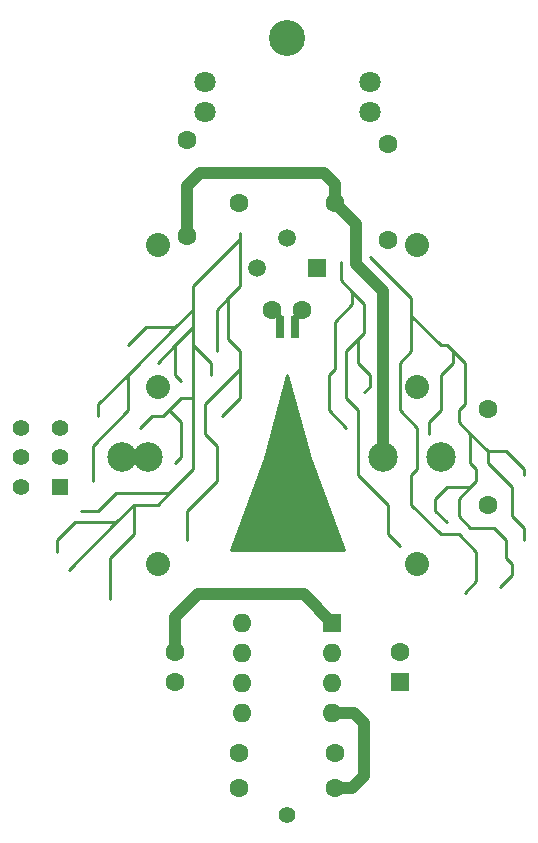
<source format=gbr>
%TF.GenerationSoftware,KiCad,Pcbnew,5.1.9-73d0e3b20d~88~ubuntu20.04.1*%
%TF.CreationDate,2021-08-18T17:43:57+05:30*%
%TF.ProjectId,MAP6,4d415036-2e6b-4696-9361-645f70636258,1*%
%TF.SameCoordinates,Original*%
%TF.FileFunction,Copper,L1,Top*%
%TF.FilePolarity,Positive*%
%FSLAX46Y46*%
G04 Gerber Fmt 4.6, Leading zero omitted, Abs format (unit mm)*
G04 Created by KiCad (PCBNEW 5.1.9-73d0e3b20d~88~ubuntu20.04.1) date 2021-08-18 17:43:57*
%MOMM*%
%LPD*%
G01*
G04 APERTURE LIST*
%TA.AperFunction,ComponentPad*%
%ADD10C,1.400000*%
%TD*%
%TA.AperFunction,ComponentPad*%
%ADD11R,1.400000X1.400000*%
%TD*%
%TA.AperFunction,ComponentPad*%
%ADD12C,1.600000*%
%TD*%
%TA.AperFunction,ComponentPad*%
%ADD13R,1.500000X1.500000*%
%TD*%
%TA.AperFunction,ComponentPad*%
%ADD14C,1.500000*%
%TD*%
%TA.AperFunction,ComponentPad*%
%ADD15C,1.800000*%
%TD*%
%TA.AperFunction,ComponentPad*%
%ADD16C,2.500000*%
%TD*%
%TA.AperFunction,ComponentPad*%
%ADD17R,1.600000X1.600000*%
%TD*%
%TA.AperFunction,ComponentPad*%
%ADD18O,1.600000X1.600000*%
%TD*%
%TA.AperFunction,ComponentPad*%
%ADD19C,3.048000*%
%TD*%
%TA.AperFunction,ComponentPad*%
%ADD20C,2.036000*%
%TD*%
%TA.AperFunction,SMDPad,CuDef*%
%ADD21R,0.760000X1.940000*%
%TD*%
%TA.AperFunction,Conductor*%
%ADD22C,0.250000*%
%TD*%
%TA.AperFunction,Conductor*%
%ADD23C,1.000000*%
%TD*%
%TA.AperFunction,Conductor*%
%ADD24C,0.500000*%
%TD*%
%TA.AperFunction,NonConductor*%
%ADD25C,0.254000*%
%TD*%
%TA.AperFunction,NonConductor*%
%ADD26C,0.050800*%
%TD*%
G04 APERTURE END LIST*
D10*
%TO.P,SW1,6*%
%TO.N,N/C*%
X125950000Y-108500000D03*
%TO.P,SW1,5*%
X125950000Y-111000000D03*
%TO.P,SW1,4*%
X125950000Y-113500000D03*
%TO.P,SW1,3*%
X129250000Y-108500000D03*
%TO.P,SW1,2*%
%TO.N,Net-(BT1-Pad1)*%
X129250000Y-111000000D03*
D11*
%TO.P,SW1,1*%
%TO.N,/6V*%
X129250000Y-113500000D03*
%TD*%
D12*
%TO.P,R1,2*%
%TO.N,/left_eye*%
X140000000Y-84136000D03*
%TO.P,R1,1*%
%TO.N,/GND*%
X140000000Y-92264000D03*
%TD*%
%TO.P,R2,2*%
%TO.N,/right_eye*%
X157000000Y-84436000D03*
%TO.P,R2,1*%
%TO.N,/GND*%
X157000000Y-92564000D03*
%TD*%
%TO.P,R3,2*%
%TO.N,/motor*%
X144436000Y-89500000D03*
%TO.P,R3,1*%
%TO.N,/GND*%
X152564000Y-89500000D03*
%TD*%
%TO.P,R4,2*%
%TO.N,/6V*%
X152564000Y-139000000D03*
%TO.P,R4,1*%
%TO.N,Net-(R4-Pad1)*%
X144436000Y-139000000D03*
%TD*%
%TO.P,R5,2*%
%TO.N,Net-(R5-Pad2)*%
X165500000Y-106936000D03*
%TO.P,R5,1*%
%TO.N,Net-(JP1-Pad2)*%
X165500000Y-115064000D03*
%TD*%
%TO.P,R6,2*%
%TO.N,Net-(R4-Pad1)*%
X144436000Y-136000000D03*
%TO.P,R6,1*%
%TO.N,Net-(C1-Pad1)*%
X152564000Y-136000000D03*
%TD*%
D13*
%TO.P,Q1,1*%
%TO.N,/6V*%
X151040000Y-95000000D03*
D14*
%TO.P,Q1,3*%
%TO.N,Net-(D1-Pad1)*%
X145960000Y-95000000D03*
%TO.P,Q1,2*%
%TO.N,Net-(JP1-Pad2)*%
X148500000Y-92460000D03*
%TD*%
D15*
%TO.P,D2,1*%
%TO.N,Net-(D1-Pad1)*%
X155500000Y-81770000D03*
%TO.P,D2,2*%
%TO.N,/right_eye*%
X155500000Y-79230000D03*
%TD*%
%TO.P,D1,1*%
%TO.N,Net-(D1-Pad1)*%
X141500000Y-81770000D03*
%TO.P,D1,2*%
%TO.N,/left_eye*%
X141500000Y-79230000D03*
%TD*%
D16*
%TO.P,BT1,2*%
%TO.N,/GND*%
X161500000Y-111000000D03*
%TO.P,BT1,1*%
%TO.N,Net-(BT1-Pad1)*%
X134500000Y-111000000D03*
X136700000Y-111000000D03*
%TO.P,BT1,2*%
%TO.N,/GND*%
X156600000Y-111000000D03*
%TD*%
D12*
%TO.P,C1,2*%
%TO.N,/GND*%
X158000000Y-127500000D03*
D17*
%TO.P,C1,1*%
%TO.N,Net-(C1-Pad1)*%
X158000000Y-130000000D03*
%TD*%
D12*
%TO.P,C2,2*%
%TO.N,/GND*%
X139000000Y-127500000D03*
%TO.P,C2,1*%
%TO.N,Net-(C2-Pad1)*%
X139000000Y-130000000D03*
%TD*%
D18*
%TO.P,U1,8*%
%TO.N,/6V*%
X144690000Y-125000000D03*
%TO.P,U1,4*%
X152310000Y-132620000D03*
%TO.P,U1,7*%
%TO.N,Net-(R4-Pad1)*%
X144690000Y-127540000D03*
%TO.P,U1,3*%
%TO.N,Net-(R5-Pad2)*%
X152310000Y-130080000D03*
%TO.P,U1,6*%
%TO.N,Net-(C1-Pad1)*%
X144690000Y-130080000D03*
%TO.P,U1,2*%
X152310000Y-127540000D03*
%TO.P,U1,5*%
%TO.N,Net-(C2-Pad1)*%
X144690000Y-132620000D03*
D17*
%TO.P,U1,1*%
%TO.N,/GND*%
X152310000Y-125000000D03*
%TD*%
D19*
%TO.P,P2,1*%
%TO.N,N/C*%
X148500000Y-75500000D03*
%TD*%
D20*
%TO.P,P3,1*%
%TO.N,N/C*%
X137500000Y-120000000D03*
%TD*%
%TO.P,P4,1*%
%TO.N,N/C*%
X137500000Y-93000000D03*
%TD*%
%TO.P,P5,1*%
%TO.N,N/C*%
X159500000Y-120000000D03*
%TD*%
%TO.P,P6,1*%
%TO.N,N/C*%
X159500000Y-93000000D03*
%TD*%
%TO.P,P7,1*%
%TO.N,N/C*%
X137500000Y-105000000D03*
%TD*%
%TO.P,P8,1*%
%TO.N,N/C*%
X159500000Y-105000000D03*
%TD*%
D12*
%TO.P,M1,1*%
%TO.N,Net-(D1-Pad1)*%
X149770000Y-98500000D03*
%TO.P,M1,2*%
%TO.N,/motor*%
X147230000Y-98500000D03*
D21*
%TO.P,M1,1*%
%TO.N,Net-(D1-Pad1)*%
X149100000Y-99980000D03*
%TO.P,M1,2*%
%TO.N,/motor*%
X147900000Y-99980000D03*
%TD*%
D10*
%TO.P,P9,1*%
%TO.N,N/C*%
X148500000Y-141250000D03*
%TD*%
D22*
%TO.N,/GND*%
X144500000Y-92000000D02*
X144500000Y-92500000D01*
X144500000Y-92500000D02*
X140500000Y-96500000D01*
X144500000Y-92500000D02*
X144500000Y-96500000D01*
X142500000Y-98500000D02*
X142500000Y-102000000D01*
X144500000Y-96500000D02*
X143500000Y-97500000D01*
X143500000Y-97500000D02*
X143500000Y-101000000D01*
X143500000Y-97500000D02*
X142500000Y-98500000D01*
X143500000Y-101000000D02*
X144500000Y-102000000D01*
X144500000Y-106000000D02*
X143000000Y-107500000D01*
X144500000Y-103500000D02*
X141500000Y-106500000D01*
X144500000Y-102000000D02*
X144500000Y-103500000D01*
X144500000Y-103500000D02*
X144500000Y-106000000D01*
X141500000Y-106500000D02*
X141500000Y-109000000D01*
X141500000Y-109000000D02*
X142500000Y-110000000D01*
X142500000Y-110000000D02*
X142500000Y-111500000D01*
X142500000Y-111500000D02*
X142500000Y-113000000D01*
X142500000Y-113000000D02*
X140000000Y-115500000D01*
X140000000Y-115500000D02*
X140000000Y-118000000D01*
X140500000Y-111000000D02*
X140500000Y-112000000D01*
X137500000Y-115000000D02*
X135500000Y-115000000D01*
X135500000Y-115000000D02*
X135500000Y-117500000D01*
X135500000Y-117500000D02*
X133500000Y-119500000D01*
X133500000Y-119500000D02*
X133500000Y-123000000D01*
X134000000Y-116500000D02*
X130500000Y-116500000D01*
X135500000Y-115000000D02*
X134000000Y-116500000D01*
X134000000Y-116500000D02*
X130000000Y-120500000D01*
X130500000Y-116500000D02*
X129000000Y-118000000D01*
X129000000Y-118000000D02*
X129000000Y-119000000D01*
X140500000Y-96500000D02*
X140500000Y-98500000D01*
X135500000Y-103500000D02*
X135000000Y-104000000D01*
X135000000Y-104000000D02*
X135000000Y-107000000D01*
X135000000Y-107000000D02*
X132000000Y-110000000D01*
X132000000Y-110000000D02*
X132000000Y-113000000D01*
X135000000Y-104000000D02*
X132500000Y-106500000D01*
X132500000Y-106500000D02*
X132500000Y-107500000D01*
X153000000Y-94500000D02*
X153000000Y-96000000D01*
X155000000Y-98000000D02*
X155000000Y-100500000D01*
X153500000Y-102000000D02*
X153500000Y-106000000D01*
X153500000Y-106000000D02*
X154500000Y-107000000D01*
X154500000Y-107000000D02*
X154500000Y-110000000D01*
X154500000Y-110000000D02*
X154500000Y-112500000D01*
X154500000Y-112500000D02*
X156500000Y-114500000D01*
X156500000Y-114500000D02*
X157000000Y-115000000D01*
X157000000Y-115000000D02*
X157000000Y-117500000D01*
X157000000Y-117500000D02*
X158000000Y-118500000D01*
X154000000Y-97000000D02*
X154000000Y-98000000D01*
X153000000Y-96000000D02*
X154000000Y-97000000D01*
X154000000Y-97000000D02*
X155000000Y-98000000D01*
X154000000Y-98000000D02*
X152500000Y-99500000D01*
X152500000Y-99500000D02*
X152500000Y-103500000D01*
X152500000Y-103500000D02*
X152000000Y-104000000D01*
X152000000Y-104000000D02*
X152000000Y-107000000D01*
X152000000Y-107000000D02*
X153500000Y-108500000D01*
X154500000Y-101000000D02*
X154500000Y-103000000D01*
X155000000Y-100500000D02*
X154500000Y-101000000D01*
X154500000Y-101000000D02*
X153500000Y-102000000D01*
X154500000Y-103000000D02*
X155500000Y-104000000D01*
X155500000Y-104000000D02*
X155500000Y-105000000D01*
X155500000Y-105000000D02*
X155000000Y-105500000D01*
X155500000Y-94000000D02*
X159000000Y-97500000D01*
X159000000Y-101500000D02*
X159000000Y-102000000D01*
X159000000Y-102000000D02*
X158000000Y-103000000D01*
X158000000Y-103000000D02*
X158000000Y-107000000D01*
X158000000Y-107000000D02*
X159500000Y-108500000D01*
X159500000Y-108500000D02*
X159500000Y-112000000D01*
X159500000Y-112000000D02*
X159000000Y-112500000D01*
X159000000Y-112500000D02*
X159000000Y-115000000D01*
X159000000Y-115000000D02*
X161500000Y-117500000D01*
X161500000Y-117500000D02*
X163000000Y-117500000D01*
X163000000Y-117500000D02*
X164500000Y-119000000D01*
X164500000Y-119000000D02*
X164500000Y-121500000D01*
X164500000Y-121500000D02*
X163500000Y-122500000D01*
X159000000Y-98500000D02*
X159000000Y-99000000D01*
X159000000Y-97500000D02*
X159000000Y-98500000D01*
X159000000Y-98500000D02*
X159000000Y-101500000D01*
X159000000Y-99000000D02*
X161500000Y-101500000D01*
X161500000Y-101500000D02*
X162000000Y-101500000D01*
X163500000Y-103000000D02*
X163500000Y-106500000D01*
X163500000Y-106500000D02*
X163000000Y-107000000D01*
X163000000Y-107000000D02*
X163000000Y-108000000D01*
X165500000Y-110500000D02*
X165500000Y-111500000D01*
X165500000Y-111500000D02*
X167500000Y-113500000D01*
X162500000Y-102000000D02*
X162500000Y-103000000D01*
X162000000Y-101500000D02*
X162500000Y-102000000D01*
X162500000Y-102000000D02*
X163500000Y-103000000D01*
X162500000Y-103000000D02*
X161500000Y-104000000D01*
X161500000Y-104000000D02*
X161500000Y-107000000D01*
X161500000Y-107000000D02*
X160500000Y-108000000D01*
X160500000Y-108000000D02*
X160500000Y-109000000D01*
X165500000Y-110500000D02*
X167000000Y-110500000D01*
X167000000Y-110500000D02*
X168000000Y-111500000D01*
X168000000Y-111500000D02*
X168500000Y-112000000D01*
X168500000Y-112000000D02*
X168500000Y-112500000D01*
X164000000Y-109000000D02*
X164000000Y-111500000D01*
X163000000Y-108000000D02*
X164000000Y-109000000D01*
X164000000Y-109000000D02*
X165500000Y-110500000D01*
X164000000Y-111500000D02*
X164500000Y-112000000D01*
X164500000Y-112000000D02*
X164500000Y-113000000D01*
X163000000Y-114500000D02*
X163000000Y-116000000D01*
X163000000Y-116000000D02*
X164000000Y-117000000D01*
X164000000Y-117000000D02*
X166000000Y-117000000D01*
X166000000Y-117000000D02*
X167000000Y-118000000D01*
X167000000Y-118000000D02*
X167000000Y-119500000D01*
X167000000Y-119500000D02*
X167500000Y-120000000D01*
X167500000Y-120000000D02*
X167500000Y-121000000D01*
X167500000Y-121000000D02*
X166500000Y-122000000D01*
X164000000Y-113500000D02*
X162000000Y-113500000D01*
X164500000Y-113000000D02*
X164000000Y-113500000D01*
X164000000Y-113500000D02*
X163000000Y-114500000D01*
X162000000Y-113500000D02*
X161000000Y-114500000D01*
X161000000Y-114500000D02*
X161000000Y-115500000D01*
X161000000Y-115500000D02*
X162000000Y-116500000D01*
X167500000Y-113500000D02*
X167500000Y-115000000D01*
X167500000Y-115000000D02*
X167500000Y-116000000D01*
X167500000Y-116000000D02*
X168500000Y-117000000D01*
X168500000Y-117000000D02*
X168500000Y-118000000D01*
X140500000Y-106000000D02*
X139500000Y-106000000D01*
X140500000Y-106000000D02*
X140500000Y-111000000D01*
X139500000Y-106000000D02*
X138500000Y-107000000D01*
X138500000Y-107000000D02*
X138000000Y-107500000D01*
X138000000Y-107500000D02*
X137000000Y-107500000D01*
X137000000Y-107500000D02*
X136000000Y-108500000D01*
X138500000Y-107000000D02*
X139500000Y-108000000D01*
X139500000Y-108000000D02*
X139500000Y-110000000D01*
X139500000Y-110000000D02*
X139500000Y-111000000D01*
X139500000Y-111000000D02*
X139000000Y-111500000D01*
X140500000Y-101000000D02*
X140500000Y-101500000D01*
X140500000Y-101000000D02*
X140500000Y-106000000D01*
X140500000Y-101500000D02*
X142000000Y-103000000D01*
X142000000Y-103000000D02*
X142000000Y-104000000D01*
X140500000Y-100000000D02*
X139000000Y-101500000D01*
X140500000Y-98500000D02*
X140500000Y-100000000D01*
X140500000Y-100000000D02*
X140500000Y-101000000D01*
X139000000Y-101500000D02*
X139000000Y-103500000D01*
X139000000Y-103500000D02*
X139000000Y-104000000D01*
X139000000Y-104000000D02*
X139500000Y-104500000D01*
X139000000Y-101500000D02*
X137500000Y-103000000D01*
X138500000Y-114000000D02*
X134000000Y-114000000D01*
X140500000Y-112000000D02*
X138500000Y-114000000D01*
X138500000Y-114000000D02*
X137500000Y-115000000D01*
X134000000Y-114000000D02*
X133000000Y-115000000D01*
X133000000Y-115000000D02*
X132500000Y-115500000D01*
X132500000Y-115500000D02*
X131000000Y-115500000D01*
X139000000Y-100000000D02*
X136500000Y-100000000D01*
X140500000Y-98500000D02*
X139000000Y-100000000D01*
X139000000Y-100000000D02*
X135500000Y-103500000D01*
X136500000Y-100000000D02*
X135000000Y-101500000D01*
D23*
X154300000Y-91236000D02*
X152564000Y-89500000D01*
X156600000Y-96933260D02*
X154300000Y-94633260D01*
X154300000Y-94633260D02*
X154300000Y-91236000D01*
X156600000Y-111000000D02*
X156600000Y-96933260D01*
X139000000Y-127500000D02*
X139000000Y-124500000D01*
X139000000Y-124500000D02*
X140900000Y-122600000D01*
X149910000Y-122600000D02*
X152310000Y-125000000D01*
X140900000Y-122600000D02*
X149910000Y-122600000D01*
X152564000Y-89500000D02*
X152564000Y-87864000D01*
X152564000Y-87864000D02*
X151600000Y-86900000D01*
X151600000Y-86900000D02*
X141100000Y-86900000D01*
X140000000Y-88000000D02*
X140000000Y-92264000D01*
X141100000Y-86900000D02*
X140000000Y-88000000D01*
D24*
%TO.N,/motor*%
X147900000Y-99170000D02*
X147230000Y-98500000D01*
X147900000Y-99980000D02*
X147900000Y-99170000D01*
%TO.N,Net-(D1-Pad1)*%
X149100000Y-99170000D02*
X149770000Y-98500000D01*
X149100000Y-99980000D02*
X149100000Y-99170000D01*
D23*
%TO.N,/6V*%
X152310000Y-132620000D02*
X154120000Y-132620000D01*
X154120000Y-132620000D02*
X155000000Y-133500000D01*
X155000000Y-133500000D02*
X155000000Y-138000000D01*
X154000000Y-139000000D02*
X152564000Y-139000000D01*
X155000000Y-138000000D02*
X154000000Y-139000000D01*
%TD*%
D25*
X150377288Y-111032723D02*
X150381086Y-111044593D01*
X153316739Y-118873000D01*
X143683261Y-118873000D01*
X146618914Y-111044593D01*
X146622712Y-111032723D01*
X148500000Y-103992893D01*
X150377288Y-111032723D01*
%TA.AperFunction,NonConductor*%
D26*
G36*
X150377288Y-111032723D02*
G01*
X150381086Y-111044593D01*
X153316739Y-118873000D01*
X143683261Y-118873000D01*
X146618914Y-111044593D01*
X146622712Y-111032723D01*
X148500000Y-103992893D01*
X150377288Y-111032723D01*
G37*
%TD.AperFunction*%
M02*

</source>
